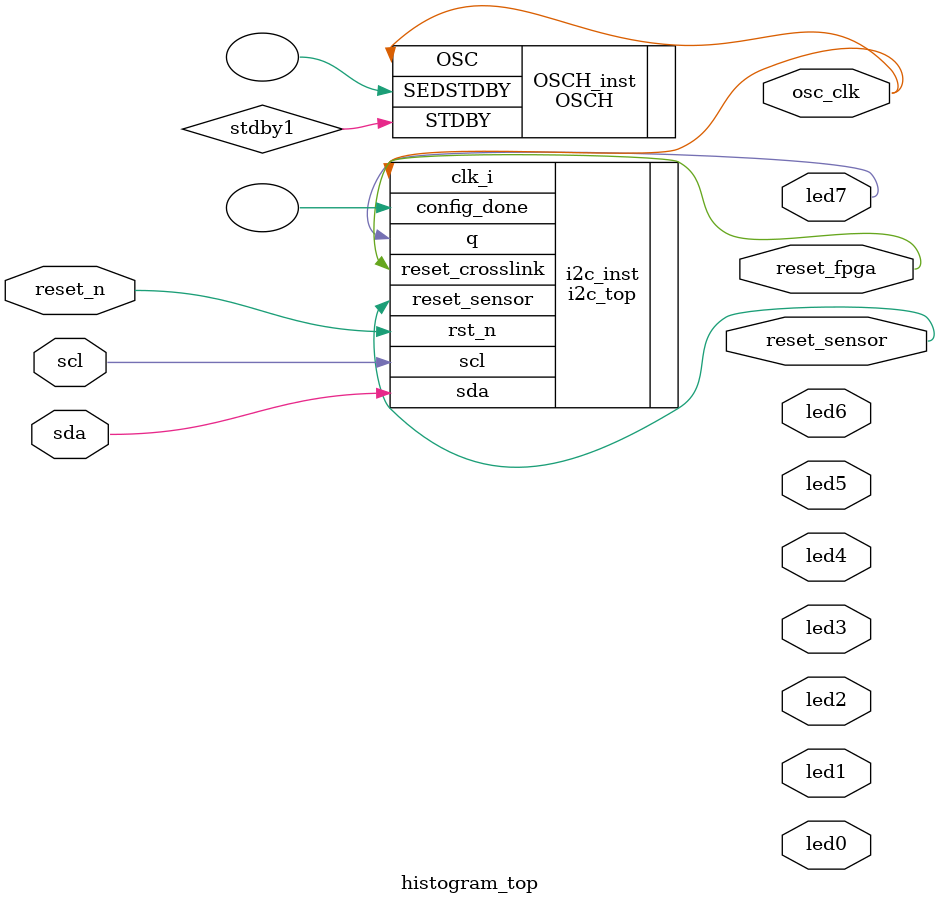
<source format=v>
module histogram_top (
	input 			reset_n,
	
	// Sensor configuration
	inout  wire		scl,
	inout  wire		sda,
	
	output  wire 	reset_sensor,
	output  wire  	reset_fpga,

	output  wire osc_clk, 
	output  wire led0, 
	output  wire led1, 
	output  wire led2, 
	output  wire led3, 
	output  wire led4, 
	output  wire led5, 
	output  wire led6, 
	output  wire led7 

);

defparam OSCH_inst.NOM_FREQ = "12.09";		//  This is the default frequency
OSCH OSCH_inst( .STDBY(stdby1 ), 		// 0=Enabled, 1=Disabled also Disabled with Bandgap=OFF
                .OSC(osc_clk),
                .SEDSTDBY());		//  this signal is not required if not using SED - see TN1199 for more details.



i2c_top i2c_inst (
	.clk_i 			(osc_clk),
	.rst_n 			(reset_n),

	.scl			(scl),
	.sda			(sda),
	.reset_sensor	(reset_sensor),
	.reset_crosslink(reset_fpga),
	.q				(led7),
	.config_done	()
);

endmodule
</source>
